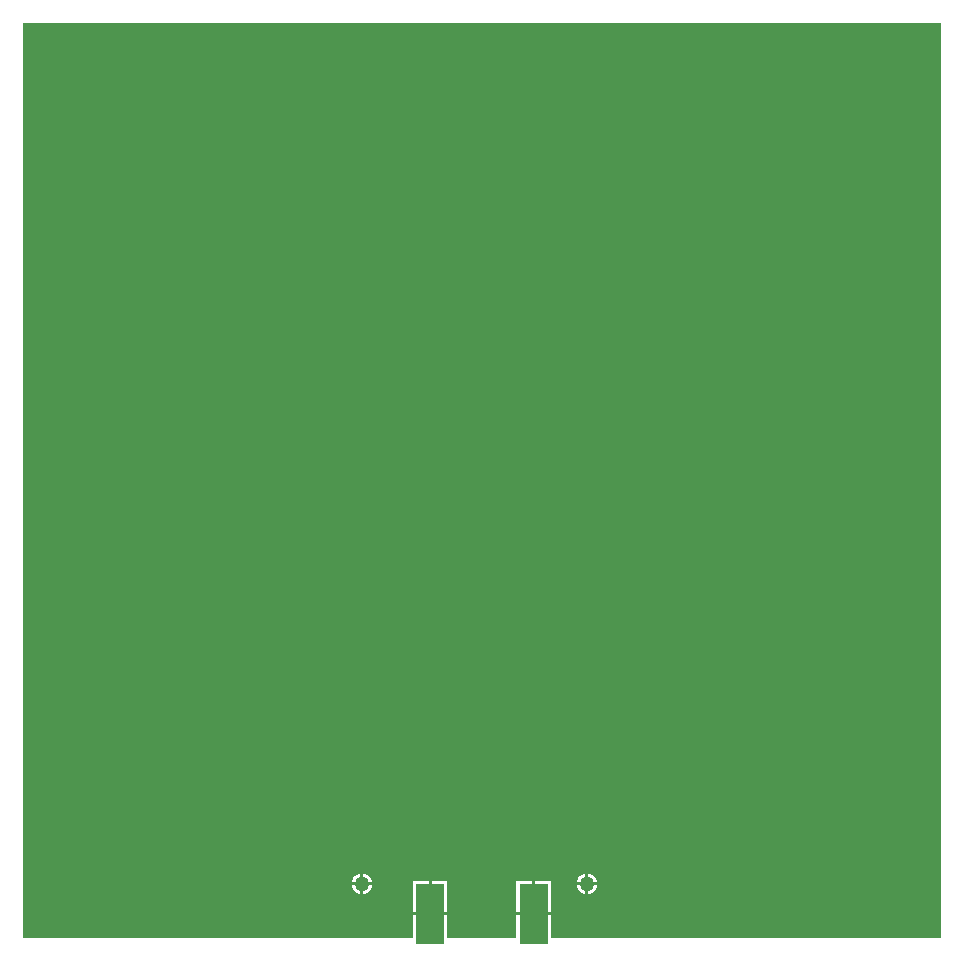
<source format=gbl>
G04*
G04 #@! TF.GenerationSoftware,Altium Limited,Altium Designer,18.1.9 (240)*
G04*
G04 Layer_Physical_Order=2*
G04 Layer_Color=16711680*
%FSLAX25Y25*%
%MOIN*%
G70*
G01*
G75*
%ADD12R,0.09500X0.20000*%
%ADD23C,0.05000*%
G36*
X311000Y310000D02*
X311000Y5000D01*
X181000D01*
Y12492D01*
X175250D01*
X169500D01*
Y5000D01*
X146500D01*
Y12492D01*
X140750D01*
X135000D01*
Y5000D01*
X5000D01*
Y310000D01*
X311000Y310000D01*
D02*
G37*
%LPC*%
G36*
X193500Y26464D02*
Y23500D01*
X196464D01*
X196410Y23914D01*
X196057Y24765D01*
X195496Y25496D01*
X194765Y26057D01*
X193914Y26410D01*
X193500Y26464D01*
D02*
G37*
G36*
X192500D02*
X192086Y26410D01*
X191235Y26057D01*
X190504Y25496D01*
X189943Y24765D01*
X189590Y23914D01*
X189536Y23500D01*
X192500D01*
Y26464D01*
D02*
G37*
G36*
X118500D02*
Y23500D01*
X121464D01*
X121410Y23914D01*
X121057Y24765D01*
X120496Y25496D01*
X119765Y26057D01*
X118914Y26410D01*
X118500Y26464D01*
D02*
G37*
G36*
X117500D02*
X117086Y26410D01*
X116235Y26057D01*
X115504Y25496D01*
X114943Y24765D01*
X114590Y23914D01*
X114536Y23500D01*
X117500D01*
Y26464D01*
D02*
G37*
G36*
X196464Y22500D02*
X193500D01*
Y19536D01*
X193914Y19590D01*
X194765Y19943D01*
X195496Y20504D01*
X196057Y21235D01*
X196410Y22086D01*
X196464Y22500D01*
D02*
G37*
G36*
X192500D02*
X189536D01*
X189590Y22086D01*
X189943Y21235D01*
X190504Y20504D01*
X191235Y19943D01*
X192086Y19590D01*
X192500Y19536D01*
Y22500D01*
D02*
G37*
G36*
X121464D02*
X118500D01*
Y19536D01*
X118914Y19590D01*
X119765Y19943D01*
X120496Y20504D01*
X121057Y21235D01*
X121410Y22086D01*
X121464Y22500D01*
D02*
G37*
G36*
X117500D02*
X114536D01*
X114590Y22086D01*
X114943Y21235D01*
X115504Y20504D01*
X116235Y19943D01*
X117086Y19590D01*
X117500Y19536D01*
Y22500D01*
D02*
G37*
G36*
X181000Y23992D02*
X175750D01*
Y13492D01*
X181000D01*
Y23992D01*
D02*
G37*
G36*
X146500D02*
X141250D01*
Y13492D01*
X146500D01*
Y23992D01*
D02*
G37*
G36*
X174750D02*
X169500D01*
Y13492D01*
X174750D01*
Y23992D01*
D02*
G37*
G36*
X140250D02*
X135000D01*
Y13492D01*
X140250D01*
Y23992D01*
D02*
G37*
%LPD*%
D12*
X175250Y12992D02*
D03*
X140750D02*
D03*
D23*
X193000Y23000D02*
D03*
X118000D02*
D03*
M02*

</source>
